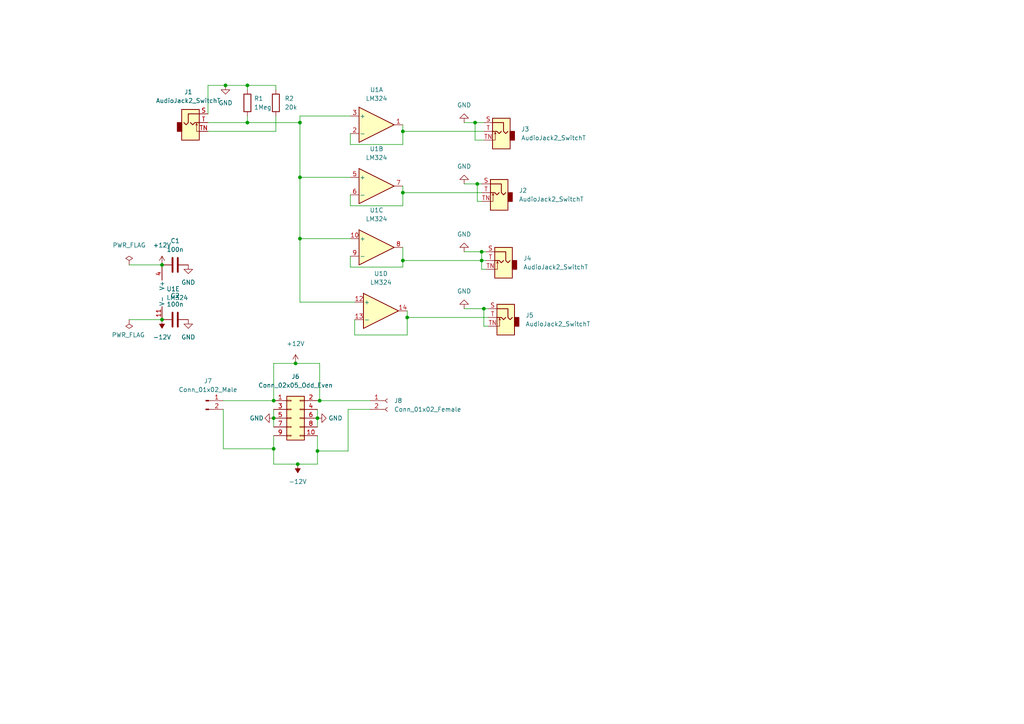
<source format=kicad_sch>
(kicad_sch (version 20211123) (generator eeschema)

  (uuid 1b516a17-e762-4c99-b9c8-b61fc1dba6e9)

  (paper "A4")

  (lib_symbols
    (symbol "Amplifier_Operational:LM324" (pin_names (offset 0.127)) (in_bom yes) (on_board yes)
      (property "Reference" "U" (id 0) (at 0 5.08 0)
        (effects (font (size 1.27 1.27)) (justify left))
      )
      (property "Value" "LM324" (id 1) (at 0 -5.08 0)
        (effects (font (size 1.27 1.27)) (justify left))
      )
      (property "Footprint" "" (id 2) (at -1.27 2.54 0)
        (effects (font (size 1.27 1.27)) hide)
      )
      (property "Datasheet" "http://www.ti.com/lit/ds/symlink/lm2902-n.pdf" (id 3) (at 1.27 5.08 0)
        (effects (font (size 1.27 1.27)) hide)
      )
      (property "ki_locked" "" (id 4) (at 0 0 0)
        (effects (font (size 1.27 1.27)))
      )
      (property "ki_keywords" "quad opamp" (id 5) (at 0 0 0)
        (effects (font (size 1.27 1.27)) hide)
      )
      (property "ki_description" "Low-Power, Quad-Operational Amplifiers, DIP-14/SOIC-14/SSOP-14" (id 6) (at 0 0 0)
        (effects (font (size 1.27 1.27)) hide)
      )
      (property "ki_fp_filters" "SOIC*3.9x8.7mm*P1.27mm* DIP*W7.62mm* TSSOP*4.4x5mm*P0.65mm* SSOP*5.3x6.2mm*P0.65mm* MSOP*3x3mm*P0.5mm*" (id 7) (at 0 0 0)
        (effects (font (size 1.27 1.27)) hide)
      )
      (symbol "LM324_1_1"
        (polyline
          (pts
            (xy -5.08 5.08)
            (xy 5.08 0)
            (xy -5.08 -5.08)
            (xy -5.08 5.08)
          )
          (stroke (width 0.254) (type default) (color 0 0 0 0))
          (fill (type background))
        )
        (pin output line (at 7.62 0 180) (length 2.54)
          (name "~" (effects (font (size 1.27 1.27))))
          (number "1" (effects (font (size 1.27 1.27))))
        )
        (pin input line (at -7.62 -2.54 0) (length 2.54)
          (name "-" (effects (font (size 1.27 1.27))))
          (number "2" (effects (font (size 1.27 1.27))))
        )
        (pin input line (at -7.62 2.54 0) (length 2.54)
          (name "+" (effects (font (size 1.27 1.27))))
          (number "3" (effects (font (size 1.27 1.27))))
        )
      )
      (symbol "LM324_2_1"
        (polyline
          (pts
            (xy -5.08 5.08)
            (xy 5.08 0)
            (xy -5.08 -5.08)
            (xy -5.08 5.08)
          )
          (stroke (width 0.254) (type default) (color 0 0 0 0))
          (fill (type background))
        )
        (pin input line (at -7.62 2.54 0) (length 2.54)
          (name "+" (effects (font (size 1.27 1.27))))
          (number "5" (effects (font (size 1.27 1.27))))
        )
        (pin input line (at -7.62 -2.54 0) (length 2.54)
          (name "-" (effects (font (size 1.27 1.27))))
          (number "6" (effects (font (size 1.27 1.27))))
        )
        (pin output line (at 7.62 0 180) (length 2.54)
          (name "~" (effects (font (size 1.27 1.27))))
          (number "7" (effects (font (size 1.27 1.27))))
        )
      )
      (symbol "LM324_3_1"
        (polyline
          (pts
            (xy -5.08 5.08)
            (xy 5.08 0)
            (xy -5.08 -5.08)
            (xy -5.08 5.08)
          )
          (stroke (width 0.254) (type default) (color 0 0 0 0))
          (fill (type background))
        )
        (pin input line (at -7.62 2.54 0) (length 2.54)
          (name "+" (effects (font (size 1.27 1.27))))
          (number "10" (effects (font (size 1.27 1.27))))
        )
        (pin output line (at 7.62 0 180) (length 2.54)
          (name "~" (effects (font (size 1.27 1.27))))
          (number "8" (effects (font (size 1.27 1.27))))
        )
        (pin input line (at -7.62 -2.54 0) (length 2.54)
          (name "-" (effects (font (size 1.27 1.27))))
          (number "9" (effects (font (size 1.27 1.27))))
        )
      )
      (symbol "LM324_4_1"
        (polyline
          (pts
            (xy -5.08 5.08)
            (xy 5.08 0)
            (xy -5.08 -5.08)
            (xy -5.08 5.08)
          )
          (stroke (width 0.254) (type default) (color 0 0 0 0))
          (fill (type background))
        )
        (pin input line (at -7.62 2.54 0) (length 2.54)
          (name "+" (effects (font (size 1.27 1.27))))
          (number "12" (effects (font (size 1.27 1.27))))
        )
        (pin input line (at -7.62 -2.54 0) (length 2.54)
          (name "-" (effects (font (size 1.27 1.27))))
          (number "13" (effects (font (size 1.27 1.27))))
        )
        (pin output line (at 7.62 0 180) (length 2.54)
          (name "~" (effects (font (size 1.27 1.27))))
          (number "14" (effects (font (size 1.27 1.27))))
        )
      )
      (symbol "LM324_5_1"
        (pin power_in line (at -2.54 -7.62 90) (length 3.81)
          (name "V-" (effects (font (size 1.27 1.27))))
          (number "11" (effects (font (size 1.27 1.27))))
        )
        (pin power_in line (at -2.54 7.62 270) (length 3.81)
          (name "V+" (effects (font (size 1.27 1.27))))
          (number "4" (effects (font (size 1.27 1.27))))
        )
      )
    )
    (symbol "Connector:AudioJack2_SwitchT" (in_bom yes) (on_board yes)
      (property "Reference" "J" (id 0) (at 0 8.89 0)
        (effects (font (size 1.27 1.27)))
      )
      (property "Value" "AudioJack2_SwitchT" (id 1) (at 0 6.35 0)
        (effects (font (size 1.27 1.27)))
      )
      (property "Footprint" "" (id 2) (at 0 0 0)
        (effects (font (size 1.27 1.27)) hide)
      )
      (property "Datasheet" "~" (id 3) (at 0 0 0)
        (effects (font (size 1.27 1.27)) hide)
      )
      (property "ki_keywords" "audio jack receptacle mono headphones phone TS connector" (id 4) (at 0 0 0)
        (effects (font (size 1.27 1.27)) hide)
      )
      (property "ki_description" "Audio Jack, 2 Poles (Mono / TS), Switched T Pole (Normalling)" (id 5) (at 0 0 0)
        (effects (font (size 1.27 1.27)) hide)
      )
      (property "ki_fp_filters" "Jack*" (id 6) (at 0 0 0)
        (effects (font (size 1.27 1.27)) hide)
      )
      (symbol "AudioJack2_SwitchT_0_1"
        (rectangle (start -2.54 0) (end -3.81 -2.54)
          (stroke (width 0.254) (type default) (color 0 0 0 0))
          (fill (type outline))
        )
        (polyline
          (pts
            (xy 1.778 -0.254)
            (xy 2.032 -0.762)
          )
          (stroke (width 0) (type default) (color 0 0 0 0))
          (fill (type none))
        )
        (polyline
          (pts
            (xy 0 0)
            (xy 0.635 -0.635)
            (xy 1.27 0)
            (xy 2.54 0)
          )
          (stroke (width 0.254) (type default) (color 0 0 0 0))
          (fill (type none))
        )
        (polyline
          (pts
            (xy 2.54 -2.54)
            (xy 1.778 -2.54)
            (xy 1.778 -0.254)
            (xy 1.524 -0.762)
          )
          (stroke (width 0) (type default) (color 0 0 0 0))
          (fill (type none))
        )
        (polyline
          (pts
            (xy 2.54 2.54)
            (xy -0.635 2.54)
            (xy -0.635 0)
            (xy -1.27 -0.635)
            (xy -1.905 0)
          )
          (stroke (width 0.254) (type default) (color 0 0 0 0))
          (fill (type none))
        )
        (rectangle (start 2.54 3.81) (end -2.54 -5.08)
          (stroke (width 0.254) (type default) (color 0 0 0 0))
          (fill (type background))
        )
      )
      (symbol "AudioJack2_SwitchT_1_1"
        (pin passive line (at 5.08 2.54 180) (length 2.54)
          (name "~" (effects (font (size 1.27 1.27))))
          (number "S" (effects (font (size 1.27 1.27))))
        )
        (pin passive line (at 5.08 0 180) (length 2.54)
          (name "~" (effects (font (size 1.27 1.27))))
          (number "T" (effects (font (size 1.27 1.27))))
        )
        (pin passive line (at 5.08 -2.54 180) (length 2.54)
          (name "~" (effects (font (size 1.27 1.27))))
          (number "TN" (effects (font (size 1.27 1.27))))
        )
      )
    )
    (symbol "Connector:Conn_01x02_Female" (pin_names (offset 1.016) hide) (in_bom yes) (on_board yes)
      (property "Reference" "J" (id 0) (at 0 2.54 0)
        (effects (font (size 1.27 1.27)))
      )
      (property "Value" "Conn_01x02_Female" (id 1) (at 0 -5.08 0)
        (effects (font (size 1.27 1.27)))
      )
      (property "Footprint" "" (id 2) (at 0 0 0)
        (effects (font (size 1.27 1.27)) hide)
      )
      (property "Datasheet" "~" (id 3) (at 0 0 0)
        (effects (font (size 1.27 1.27)) hide)
      )
      (property "ki_keywords" "connector" (id 4) (at 0 0 0)
        (effects (font (size 1.27 1.27)) hide)
      )
      (property "ki_description" "Generic connector, single row, 01x02, script generated (kicad-library-utils/schlib/autogen/connector/)" (id 5) (at 0 0 0)
        (effects (font (size 1.27 1.27)) hide)
      )
      (property "ki_fp_filters" "Connector*:*_1x??_*" (id 6) (at 0 0 0)
        (effects (font (size 1.27 1.27)) hide)
      )
      (symbol "Conn_01x02_Female_1_1"
        (arc (start 0 -2.032) (mid -0.508 -2.54) (end 0 -3.048)
          (stroke (width 0.1524) (type default) (color 0 0 0 0))
          (fill (type none))
        )
        (polyline
          (pts
            (xy -1.27 -2.54)
            (xy -0.508 -2.54)
          )
          (stroke (width 0.1524) (type default) (color 0 0 0 0))
          (fill (type none))
        )
        (polyline
          (pts
            (xy -1.27 0)
            (xy -0.508 0)
          )
          (stroke (width 0.1524) (type default) (color 0 0 0 0))
          (fill (type none))
        )
        (arc (start 0 0.508) (mid -0.508 0) (end 0 -0.508)
          (stroke (width 0.1524) (type default) (color 0 0 0 0))
          (fill (type none))
        )
        (pin passive line (at -5.08 0 0) (length 3.81)
          (name "Pin_1" (effects (font (size 1.27 1.27))))
          (number "1" (effects (font (size 1.27 1.27))))
        )
        (pin passive line (at -5.08 -2.54 0) (length 3.81)
          (name "Pin_2" (effects (font (size 1.27 1.27))))
          (number "2" (effects (font (size 1.27 1.27))))
        )
      )
    )
    (symbol "Connector:Conn_01x02_Male" (pin_names (offset 1.016) hide) (in_bom yes) (on_board yes)
      (property "Reference" "J" (id 0) (at 0 2.54 0)
        (effects (font (size 1.27 1.27)))
      )
      (property "Value" "Conn_01x02_Male" (id 1) (at 0 -5.08 0)
        (effects (font (size 1.27 1.27)))
      )
      (property "Footprint" "" (id 2) (at 0 0 0)
        (effects (font (size 1.27 1.27)) hide)
      )
      (property "Datasheet" "~" (id 3) (at 0 0 0)
        (effects (font (size 1.27 1.27)) hide)
      )
      (property "ki_keywords" "connector" (id 4) (at 0 0 0)
        (effects (font (size 1.27 1.27)) hide)
      )
      (property "ki_description" "Generic connector, single row, 01x02, script generated (kicad-library-utils/schlib/autogen/connector/)" (id 5) (at 0 0 0)
        (effects (font (size 1.27 1.27)) hide)
      )
      (property "ki_fp_filters" "Connector*:*_1x??_*" (id 6) (at 0 0 0)
        (effects (font (size 1.27 1.27)) hide)
      )
      (symbol "Conn_01x02_Male_1_1"
        (polyline
          (pts
            (xy 1.27 -2.54)
            (xy 0.8636 -2.54)
          )
          (stroke (width 0.1524) (type default) (color 0 0 0 0))
          (fill (type none))
        )
        (polyline
          (pts
            (xy 1.27 0)
            (xy 0.8636 0)
          )
          (stroke (width 0.1524) (type default) (color 0 0 0 0))
          (fill (type none))
        )
        (rectangle (start 0.8636 -2.413) (end 0 -2.667)
          (stroke (width 0.1524) (type default) (color 0 0 0 0))
          (fill (type outline))
        )
        (rectangle (start 0.8636 0.127) (end 0 -0.127)
          (stroke (width 0.1524) (type default) (color 0 0 0 0))
          (fill (type outline))
        )
        (pin passive line (at 5.08 0 180) (length 3.81)
          (name "Pin_1" (effects (font (size 1.27 1.27))))
          (number "1" (effects (font (size 1.27 1.27))))
        )
        (pin passive line (at 5.08 -2.54 180) (length 3.81)
          (name "Pin_2" (effects (font (size 1.27 1.27))))
          (number "2" (effects (font (size 1.27 1.27))))
        )
      )
    )
    (symbol "Connector_Generic:Conn_02x05_Odd_Even" (pin_names (offset 1.016) hide) (in_bom yes) (on_board yes)
      (property "Reference" "J" (id 0) (at 1.27 7.62 0)
        (effects (font (size 1.27 1.27)))
      )
      (property "Value" "Conn_02x05_Odd_Even" (id 1) (at 1.27 -7.62 0)
        (effects (font (size 1.27 1.27)))
      )
      (property "Footprint" "" (id 2) (at 0 0 0)
        (effects (font (size 1.27 1.27)) hide)
      )
      (property "Datasheet" "~" (id 3) (at 0 0 0)
        (effects (font (size 1.27 1.27)) hide)
      )
      (property "ki_keywords" "connector" (id 4) (at 0 0 0)
        (effects (font (size 1.27 1.27)) hide)
      )
      (property "ki_description" "Generic connector, double row, 02x05, odd/even pin numbering scheme (row 1 odd numbers, row 2 even numbers), script generated (kicad-library-utils/schlib/autogen/connector/)" (id 5) (at 0 0 0)
        (effects (font (size 1.27 1.27)) hide)
      )
      (property "ki_fp_filters" "Connector*:*_2x??_*" (id 6) (at 0 0 0)
        (effects (font (size 1.27 1.27)) hide)
      )
      (symbol "Conn_02x05_Odd_Even_1_1"
        (rectangle (start -1.27 -4.953) (end 0 -5.207)
          (stroke (width 0.1524) (type default) (color 0 0 0 0))
          (fill (type none))
        )
        (rectangle (start -1.27 -2.413) (end 0 -2.667)
          (stroke (width 0.1524) (type default) (color 0 0 0 0))
          (fill (type none))
        )
        (rectangle (start -1.27 0.127) (end 0 -0.127)
          (stroke (width 0.1524) (type default) (color 0 0 0 0))
          (fill (type none))
        )
        (rectangle (start -1.27 2.667) (end 0 2.413)
          (stroke (width 0.1524) (type default) (color 0 0 0 0))
          (fill (type none))
        )
        (rectangle (start -1.27 5.207) (end 0 4.953)
          (stroke (width 0.1524) (type default) (color 0 0 0 0))
          (fill (type none))
        )
        (rectangle (start -1.27 6.35) (end 3.81 -6.35)
          (stroke (width 0.254) (type default) (color 0 0 0 0))
          (fill (type background))
        )
        (rectangle (start 3.81 -4.953) (end 2.54 -5.207)
          (stroke (width 0.1524) (type default) (color 0 0 0 0))
          (fill (type none))
        )
        (rectangle (start 3.81 -2.413) (end 2.54 -2.667)
          (stroke (width 0.1524) (type default) (color 0 0 0 0))
          (fill (type none))
        )
        (rectangle (start 3.81 0.127) (end 2.54 -0.127)
          (stroke (width 0.1524) (type default) (color 0 0 0 0))
          (fill (type none))
        )
        (rectangle (start 3.81 2.667) (end 2.54 2.413)
          (stroke (width 0.1524) (type default) (color 0 0 0 0))
          (fill (type none))
        )
        (rectangle (start 3.81 5.207) (end 2.54 4.953)
          (stroke (width 0.1524) (type default) (color 0 0 0 0))
          (fill (type none))
        )
        (pin passive line (at -5.08 5.08 0) (length 3.81)
          (name "Pin_1" (effects (font (size 1.27 1.27))))
          (number "1" (effects (font (size 1.27 1.27))))
        )
        (pin passive line (at 7.62 -5.08 180) (length 3.81)
          (name "Pin_10" (effects (font (size 1.27 1.27))))
          (number "10" (effects (font (size 1.27 1.27))))
        )
        (pin passive line (at 7.62 5.08 180) (length 3.81)
          (name "Pin_2" (effects (font (size 1.27 1.27))))
          (number "2" (effects (font (size 1.27 1.27))))
        )
        (pin passive line (at -5.08 2.54 0) (length 3.81)
          (name "Pin_3" (effects (font (size 1.27 1.27))))
          (number "3" (effects (font (size 1.27 1.27))))
        )
        (pin passive line (at 7.62 2.54 180) (length 3.81)
          (name "Pin_4" (effects (font (size 1.27 1.27))))
          (number "4" (effects (font (size 1.27 1.27))))
        )
        (pin passive line (at -5.08 0 0) (length 3.81)
          (name "Pin_5" (effects (font (size 1.27 1.27))))
          (number "5" (effects (font (size 1.27 1.27))))
        )
        (pin passive line (at 7.62 0 180) (length 3.81)
          (name "Pin_6" (effects (font (size 1.27 1.27))))
          (number "6" (effects (font (size 1.27 1.27))))
        )
        (pin passive line (at -5.08 -2.54 0) (length 3.81)
          (name "Pin_7" (effects (font (size 1.27 1.27))))
          (number "7" (effects (font (size 1.27 1.27))))
        )
        (pin passive line (at 7.62 -2.54 180) (length 3.81)
          (name "Pin_8" (effects (font (size 1.27 1.27))))
          (number "8" (effects (font (size 1.27 1.27))))
        )
        (pin passive line (at -5.08 -5.08 0) (length 3.81)
          (name "Pin_9" (effects (font (size 1.27 1.27))))
          (number "9" (effects (font (size 1.27 1.27))))
        )
      )
    )
    (symbol "Device:C" (pin_numbers hide) (pin_names (offset 0.254)) (in_bom yes) (on_board yes)
      (property "Reference" "C" (id 0) (at 0.635 2.54 0)
        (effects (font (size 1.27 1.27)) (justify left))
      )
      (property "Value" "C" (id 1) (at 0.635 -2.54 0)
        (effects (font (size 1.27 1.27)) (justify left))
      )
      (property "Footprint" "" (id 2) (at 0.9652 -3.81 0)
        (effects (font (size 1.27 1.27)) hide)
      )
      (property "Datasheet" "~" (id 3) (at 0 0 0)
        (effects (font (size 1.27 1.27)) hide)
      )
      (property "ki_keywords" "cap capacitor" (id 4) (at 0 0 0)
        (effects (font (size 1.27 1.27)) hide)
      )
      (property "ki_description" "Unpolarized capacitor" (id 5) (at 0 0 0)
        (effects (font (size 1.27 1.27)) hide)
      )
      (property "ki_fp_filters" "C_*" (id 6) (at 0 0 0)
        (effects (font (size 1.27 1.27)) hide)
      )
      (symbol "C_0_1"
        (polyline
          (pts
            (xy -2.032 -0.762)
            (xy 2.032 -0.762)
          )
          (stroke (width 0.508) (type default) (color 0 0 0 0))
          (fill (type none))
        )
        (polyline
          (pts
            (xy -2.032 0.762)
            (xy 2.032 0.762)
          )
          (stroke (width 0.508) (type default) (color 0 0 0 0))
          (fill (type none))
        )
      )
      (symbol "C_1_1"
        (pin passive line (at 0 3.81 270) (length 2.794)
          (name "~" (effects (font (size 1.27 1.27))))
          (number "1" (effects (font (size 1.27 1.27))))
        )
        (pin passive line (at 0 -3.81 90) (length 2.794)
          (name "~" (effects (font (size 1.27 1.27))))
          (number "2" (effects (font (size 1.27 1.27))))
        )
      )
    )
    (symbol "Device:R" (pin_numbers hide) (pin_names (offset 0)) (in_bom yes) (on_board yes)
      (property "Reference" "R" (id 0) (at 2.032 0 90)
        (effects (font (size 1.27 1.27)))
      )
      (property "Value" "R" (id 1) (at 0 0 90)
        (effects (font (size 1.27 1.27)))
      )
      (property "Footprint" "" (id 2) (at -1.778 0 90)
        (effects (font (size 1.27 1.27)) hide)
      )
      (property "Datasheet" "~" (id 3) (at 0 0 0)
        (effects (font (size 1.27 1.27)) hide)
      )
      (property "ki_keywords" "R res resistor" (id 4) (at 0 0 0)
        (effects (font (size 1.27 1.27)) hide)
      )
      (property "ki_description" "Resistor" (id 5) (at 0 0 0)
        (effects (font (size 1.27 1.27)) hide)
      )
      (property "ki_fp_filters" "R_*" (id 6) (at 0 0 0)
        (effects (font (size 1.27 1.27)) hide)
      )
      (symbol "R_0_1"
        (rectangle (start -1.016 -2.54) (end 1.016 2.54)
          (stroke (width 0.254) (type default) (color 0 0 0 0))
          (fill (type none))
        )
      )
      (symbol "R_1_1"
        (pin passive line (at 0 3.81 270) (length 1.27)
          (name "~" (effects (font (size 1.27 1.27))))
          (number "1" (effects (font (size 1.27 1.27))))
        )
        (pin passive line (at 0 -3.81 90) (length 1.27)
          (name "~" (effects (font (size 1.27 1.27))))
          (number "2" (effects (font (size 1.27 1.27))))
        )
      )
    )
    (symbol "power:+12V" (power) (pin_names (offset 0)) (in_bom yes) (on_board yes)
      (property "Reference" "#PWR" (id 0) (at 0 -3.81 0)
        (effects (font (size 1.27 1.27)) hide)
      )
      (property "Value" "+12V" (id 1) (at 0 3.556 0)
        (effects (font (size 1.27 1.27)))
      )
      (property "Footprint" "" (id 2) (at 0 0 0)
        (effects (font (size 1.27 1.27)) hide)
      )
      (property "Datasheet" "" (id 3) (at 0 0 0)
        (effects (font (size 1.27 1.27)) hide)
      )
      (property "ki_keywords" "power-flag" (id 4) (at 0 0 0)
        (effects (font (size 1.27 1.27)) hide)
      )
      (property "ki_description" "Power symbol creates a global label with name \"+12V\"" (id 5) (at 0 0 0)
        (effects (font (size 1.27 1.27)) hide)
      )
      (symbol "+12V_0_1"
        (polyline
          (pts
            (xy -0.762 1.27)
            (xy 0 2.54)
          )
          (stroke (width 0) (type default) (color 0 0 0 0))
          (fill (type none))
        )
        (polyline
          (pts
            (xy 0 0)
            (xy 0 2.54)
          )
          (stroke (width 0) (type default) (color 0 0 0 0))
          (fill (type none))
        )
        (polyline
          (pts
            (xy 0 2.54)
            (xy 0.762 1.27)
          )
          (stroke (width 0) (type default) (color 0 0 0 0))
          (fill (type none))
        )
      )
      (symbol "+12V_1_1"
        (pin power_in line (at 0 0 90) (length 0) hide
          (name "+12V" (effects (font (size 1.27 1.27))))
          (number "1" (effects (font (size 1.27 1.27))))
        )
      )
    )
    (symbol "power:-12V" (power) (pin_names (offset 0)) (in_bom yes) (on_board yes)
      (property "Reference" "#PWR" (id 0) (at 0 2.54 0)
        (effects (font (size 1.27 1.27)) hide)
      )
      (property "Value" "-12V" (id 1) (at 0 3.81 0)
        (effects (font (size 1.27 1.27)))
      )
      (property "Footprint" "" (id 2) (at 0 0 0)
        (effects (font (size 1.27 1.27)) hide)
      )
      (property "Datasheet" "" (id 3) (at 0 0 0)
        (effects (font (size 1.27 1.27)) hide)
      )
      (property "ki_keywords" "power-flag" (id 4) (at 0 0 0)
        (effects (font (size 1.27 1.27)) hide)
      )
      (property "ki_description" "Power symbol creates a global label with name \"-12V\"" (id 5) (at 0 0 0)
        (effects (font (size 1.27 1.27)) hide)
      )
      (symbol "-12V_0_0"
        (pin power_in line (at 0 0 90) (length 0) hide
          (name "-12V" (effects (font (size 1.27 1.27))))
          (number "1" (effects (font (size 1.27 1.27))))
        )
      )
      (symbol "-12V_0_1"
        (polyline
          (pts
            (xy 0 0)
            (xy 0 1.27)
            (xy 0.762 1.27)
            (xy 0 2.54)
            (xy -0.762 1.27)
            (xy 0 1.27)
          )
          (stroke (width 0) (type default) (color 0 0 0 0))
          (fill (type outline))
        )
      )
    )
    (symbol "power:GND" (power) (pin_names (offset 0)) (in_bom yes) (on_board yes)
      (property "Reference" "#PWR" (id 0) (at 0 -6.35 0)
        (effects (font (size 1.27 1.27)) hide)
      )
      (property "Value" "GND" (id 1) (at 0 -3.81 0)
        (effects (font (size 1.27 1.27)))
      )
      (property "Footprint" "" (id 2) (at 0 0 0)
        (effects (font (size 1.27 1.27)) hide)
      )
      (property "Datasheet" "" (id 3) (at 0 0 0)
        (effects (font (size 1.27 1.27)) hide)
      )
      (property "ki_keywords" "power-flag" (id 4) (at 0 0 0)
        (effects (font (size 1.27 1.27)) hide)
      )
      (property "ki_description" "Power symbol creates a global label with name \"GND\" , ground" (id 5) (at 0 0 0)
        (effects (font (size 1.27 1.27)) hide)
      )
      (symbol "GND_0_1"
        (polyline
          (pts
            (xy 0 0)
            (xy 0 -1.27)
            (xy 1.27 -1.27)
            (xy 0 -2.54)
            (xy -1.27 -1.27)
            (xy 0 -1.27)
          )
          (stroke (width 0) (type default) (color 0 0 0 0))
          (fill (type none))
        )
      )
      (symbol "GND_1_1"
        (pin power_in line (at 0 0 270) (length 0) hide
          (name "GND" (effects (font (size 1.27 1.27))))
          (number "1" (effects (font (size 1.27 1.27))))
        )
      )
    )
    (symbol "power:PWR_FLAG" (power) (pin_numbers hide) (pin_names (offset 0) hide) (in_bom yes) (on_board yes)
      (property "Reference" "#FLG" (id 0) (at 0 1.905 0)
        (effects (font (size 1.27 1.27)) hide)
      )
      (property "Value" "PWR_FLAG" (id 1) (at 0 3.81 0)
        (effects (font (size 1.27 1.27)))
      )
      (property "Footprint" "" (id 2) (at 0 0 0)
        (effects (font (size 1.27 1.27)) hide)
      )
      (property "Datasheet" "~" (id 3) (at 0 0 0)
        (effects (font (size 1.27 1.27)) hide)
      )
      (property "ki_keywords" "power-flag" (id 4) (at 0 0 0)
        (effects (font (size 1.27 1.27)) hide)
      )
      (property "ki_description" "Special symbol for telling ERC where power comes from" (id 5) (at 0 0 0)
        (effects (font (size 1.27 1.27)) hide)
      )
      (symbol "PWR_FLAG_0_0"
        (pin power_out line (at 0 0 90) (length 0)
          (name "pwr" (effects (font (size 1.27 1.27))))
          (number "1" (effects (font (size 1.27 1.27))))
        )
      )
      (symbol "PWR_FLAG_0_1"
        (polyline
          (pts
            (xy 0 0)
            (xy 0 1.27)
            (xy -1.016 1.905)
            (xy 0 2.54)
            (xy 1.016 1.905)
            (xy 0 1.27)
          )
          (stroke (width 0) (type default) (color 0 0 0 0))
          (fill (type none))
        )
      )
    )
  )

  (junction (at 92.075 130.81) (diameter 0) (color 0 0 0 0)
    (uuid 0c63084a-9ed5-4394-a62d-6520ddd786f7)
  )
  (junction (at 86.995 69.215) (diameter 0) (color 0 0 0 0)
    (uuid 104f0de1-ba94-41c3-bc8f-4a952183357d)
  )
  (junction (at 86.995 51.435) (diameter 0) (color 0 0 0 0)
    (uuid 1db30148-7ca7-441d-a14a-4c714563a06a)
  )
  (junction (at 79.375 130.175) (diameter 0) (color 0 0 0 0)
    (uuid 21ac19aa-71f5-48b5-8f77-fc5812c05fec)
  )
  (junction (at 137.795 35.56) (diameter 0) (color 0 0 0 0)
    (uuid 2a96f8af-ce8f-4f0c-af43-d101d7c30de6)
  )
  (junction (at 71.755 24.765) (diameter 0) (color 0 0 0 0)
    (uuid 3033026a-845f-44cc-8a19-de28c782a08c)
  )
  (junction (at 86.995 35.56) (diameter 0) (color 0 0 0 0)
    (uuid 3100f5e2-0aec-4b49-9c5b-13ff76602e43)
  )
  (junction (at 139.7 75.565) (diameter 0) (color 0 0 0 0)
    (uuid 42c2b482-9ca1-4a64-911a-6eb7ef2167cc)
  )
  (junction (at 46.99 76.835) (diameter 0) (color 0 0 0 0)
    (uuid 4dc6ce77-f101-41b4-ba17-e872f3d046bf)
  )
  (junction (at 116.84 75.565) (diameter 0) (color 0 0 0 0)
    (uuid 53228643-2653-400b-a336-777c8771e037)
  )
  (junction (at 118.11 92.075) (diameter 0) (color 0 0 0 0)
    (uuid 69303619-f2cf-464c-a4cf-f8fe33fbcd97)
  )
  (junction (at 116.84 55.88) (diameter 0) (color 0 0 0 0)
    (uuid 7437dae8-110b-4a69-b832-18b7d9b84dbc)
  )
  (junction (at 65.405 24.765) (diameter 0) (color 0 0 0 0)
    (uuid 9c760822-782c-4a3d-b04c-cc2013b598dc)
  )
  (junction (at 138.43 53.34) (diameter 0) (color 0 0 0 0)
    (uuid 9f0cc256-93a4-49f6-a072-273c958fff22)
  )
  (junction (at 139.7 73.025) (diameter 0) (color 0 0 0 0)
    (uuid af9af5c1-8a6c-4b08-ba67-7d20311b57a4)
  )
  (junction (at 116.84 38.1) (diameter 0) (color 0 0 0 0)
    (uuid b5cbb0bb-9dc7-4265-acee-3e9afee4edc0)
  )
  (junction (at 46.99 92.71) (diameter 0) (color 0 0 0 0)
    (uuid b9e0b9c8-03d5-4b6c-b78f-6a6d1c09a158)
  )
  (junction (at 140.335 89.535) (diameter 0) (color 0 0 0 0)
    (uuid ba376dec-3b54-42ca-b9fc-104b68a1a745)
  )
  (junction (at 86.36 134.62) (diameter 0) (color 0 0 0 0)
    (uuid bc7a6bd3-13a3-48bc-bffc-dfbe37cc6f2e)
  )
  (junction (at 79.375 121.285) (diameter 0) (color 0 0 0 0)
    (uuid c8fe1498-51b0-4ae4-8c47-9bacff5bda60)
  )
  (junction (at 92.075 121.285) (diameter 0) (color 0 0 0 0)
    (uuid c9e94b50-8c62-4e7b-afaa-0c2e57e0e087)
  )
  (junction (at 79.375 116.205) (diameter 0) (color 0 0 0 0)
    (uuid cd87972e-896a-4263-9ab4-adddd4655a35)
  )
  (junction (at 85.725 105.41) (diameter 0) (color 0 0 0 0)
    (uuid d71cd838-39bb-4d2e-8e1a-dc32fdce17d9)
  )
  (junction (at 71.755 35.56) (diameter 0) (color 0 0 0 0)
    (uuid db1dde1b-f9d7-4987-aec4-7aebd90e61ab)
  )
  (junction (at 92.71 116.205) (diameter 0) (color 0 0 0 0)
    (uuid e5edc3f7-603e-455e-9c46-7672043d7c14)
  )

  (wire (pts (xy 140.335 89.535) (xy 141.605 89.535))
    (stroke (width 0) (type default) (color 0 0 0 0))
    (uuid 0630d0fa-cdf7-411f-a4b2-9f7b9fbf0c50)
  )
  (wire (pts (xy 116.84 41.91) (xy 101.6 41.91))
    (stroke (width 0) (type default) (color 0 0 0 0))
    (uuid 0a317199-8a9f-4b8a-869b-7fe16796cc79)
  )
  (wire (pts (xy 79.375 130.175) (xy 79.375 134.62))
    (stroke (width 0) (type default) (color 0 0 0 0))
    (uuid 0bf0719b-119d-4daa-8fb1-58ef5f39b059)
  )
  (wire (pts (xy 37.465 76.835) (xy 46.99 76.835))
    (stroke (width 0) (type default) (color 0 0 0 0))
    (uuid 0c06151c-4713-40b6-b5ba-d483bd095dcc)
  )
  (wire (pts (xy 101.6 69.215) (xy 86.995 69.215))
    (stroke (width 0) (type default) (color 0 0 0 0))
    (uuid 1100217a-3165-4da4-ad5f-5e0e747d89c9)
  )
  (wire (pts (xy 137.795 35.56) (xy 140.335 35.56))
    (stroke (width 0) (type default) (color 0 0 0 0))
    (uuid 11f737f3-e5ef-46f0-8d53-7f29c94dfb1b)
  )
  (wire (pts (xy 116.84 53.975) (xy 116.84 55.88))
    (stroke (width 0) (type default) (color 0 0 0 0))
    (uuid 12f6d5ee-865b-4765-ae7c-6b31b1e243bb)
  )
  (wire (pts (xy 86.36 134.62) (xy 92.075 134.62))
    (stroke (width 0) (type default) (color 0 0 0 0))
    (uuid 1524fb6c-5868-44ec-b27e-c67fc2d59f28)
  )
  (wire (pts (xy 134.62 53.34) (xy 138.43 53.34))
    (stroke (width 0) (type default) (color 0 0 0 0))
    (uuid 18d2b7bb-dfa2-4d52-aa8f-3231d4763a9b)
  )
  (wire (pts (xy 140.97 78.105) (xy 139.7 78.105))
    (stroke (width 0) (type default) (color 0 0 0 0))
    (uuid 22243bd6-4ff1-4586-a9b0-099b2bd02a0a)
  )
  (wire (pts (xy 141.605 94.615) (xy 140.335 94.615))
    (stroke (width 0) (type default) (color 0 0 0 0))
    (uuid 24ed420f-06e9-4424-83e7-f331c93cdf90)
  )
  (wire (pts (xy 92.075 130.81) (xy 100.965 130.81))
    (stroke (width 0) (type default) (color 0 0 0 0))
    (uuid 2683ddf6-471a-4aef-96ca-6b96163e999b)
  )
  (wire (pts (xy 79.375 121.285) (xy 79.375 123.825))
    (stroke (width 0) (type default) (color 0 0 0 0))
    (uuid 2898eb7f-dfd7-4e2f-839b-b264a5e5fc7e)
  )
  (wire (pts (xy 86.995 87.63) (xy 102.87 87.63))
    (stroke (width 0) (type default) (color 0 0 0 0))
    (uuid 28a67673-1138-4dc7-a651-7447b5ddd717)
  )
  (wire (pts (xy 79.375 116.205) (xy 79.375 105.41))
    (stroke (width 0) (type default) (color 0 0 0 0))
    (uuid 28fc6b6d-ae2c-4ab2-b8b9-4073065df860)
  )
  (wire (pts (xy 86.995 33.655) (xy 101.6 33.655))
    (stroke (width 0) (type default) (color 0 0 0 0))
    (uuid 2e0792d8-29b2-4b00-b3e1-e0eca91d8d18)
  )
  (wire (pts (xy 118.11 92.075) (xy 141.605 92.075))
    (stroke (width 0) (type default) (color 0 0 0 0))
    (uuid 30ef2567-a794-4b7d-ba4c-8bf5bb65f39e)
  )
  (wire (pts (xy 139.7 75.565) (xy 139.7 73.025))
    (stroke (width 0) (type default) (color 0 0 0 0))
    (uuid 31faad69-1e41-401f-b610-39ede5b35505)
  )
  (wire (pts (xy 139.7 78.105) (xy 139.7 75.565))
    (stroke (width 0) (type default) (color 0 0 0 0))
    (uuid 323d7a00-f15c-4a43-9475-c71d9b4d3caf)
  )
  (wire (pts (xy 71.755 33.655) (xy 71.755 35.56))
    (stroke (width 0) (type default) (color 0 0 0 0))
    (uuid 32aacac1-3a5a-44b6-8ae2-0736b9c334e2)
  )
  (wire (pts (xy 139.7 75.565) (xy 140.97 75.565))
    (stroke (width 0) (type default) (color 0 0 0 0))
    (uuid 3339e78a-8318-43ce-a545-543f20d44974)
  )
  (wire (pts (xy 80.01 26.035) (xy 80.01 24.765))
    (stroke (width 0) (type default) (color 0 0 0 0))
    (uuid 334638bf-2689-451d-9637-13f1dbbc4b16)
  )
  (wire (pts (xy 85.725 105.41) (xy 92.71 105.41))
    (stroke (width 0) (type default) (color 0 0 0 0))
    (uuid 3740572b-9333-40b9-98cc-496dff8ccc7f)
  )
  (wire (pts (xy 79.375 126.365) (xy 79.375 130.175))
    (stroke (width 0) (type default) (color 0 0 0 0))
    (uuid 37be1e1c-86fa-4ceb-99af-fb14f6ce4392)
  )
  (wire (pts (xy 46.99 92.71) (xy 37.465 92.71))
    (stroke (width 0) (type default) (color 0 0 0 0))
    (uuid 3a959649-9a89-4cff-bd5b-42182ecd63a8)
  )
  (wire (pts (xy 140.335 94.615) (xy 140.335 89.535))
    (stroke (width 0) (type default) (color 0 0 0 0))
    (uuid 3d63d68a-2b39-43b0-8fc6-1dba8a5558f2)
  )
  (wire (pts (xy 118.11 92.075) (xy 118.11 97.155))
    (stroke (width 0) (type default) (color 0 0 0 0))
    (uuid 3df1f0ad-c0a2-4963-9093-849a7b998794)
  )
  (wire (pts (xy 79.375 134.62) (xy 86.36 134.62))
    (stroke (width 0) (type default) (color 0 0 0 0))
    (uuid 4076aef1-4ad2-4b2d-a5fc-dc2978684ba7)
  )
  (wire (pts (xy 116.84 75.565) (xy 116.84 77.47))
    (stroke (width 0) (type default) (color 0 0 0 0))
    (uuid 485e8546-0f09-4db0-b89a-e4c7f4c33184)
  )
  (wire (pts (xy 100.965 130.81) (xy 100.965 118.745))
    (stroke (width 0) (type default) (color 0 0 0 0))
    (uuid 4bc33c9b-ae5c-4642-9019-ee4887db2321)
  )
  (wire (pts (xy 79.375 118.745) (xy 79.375 121.285))
    (stroke (width 0) (type default) (color 0 0 0 0))
    (uuid 4c8eb34d-c753-44cd-ba84-c34bca95d4d5)
  )
  (wire (pts (xy 71.755 24.765) (xy 80.01 24.765))
    (stroke (width 0) (type default) (color 0 0 0 0))
    (uuid 4fdf2c77-df78-41ef-872b-24f1092e79c0)
  )
  (wire (pts (xy 86.995 35.56) (xy 86.995 51.435))
    (stroke (width 0) (type default) (color 0 0 0 0))
    (uuid 590db0b8-21b4-4da1-a66a-866f9d25d783)
  )
  (wire (pts (xy 139.7 73.025) (xy 140.97 73.025))
    (stroke (width 0) (type default) (color 0 0 0 0))
    (uuid 5d4bc575-2934-446f-a4e7-3df5b4e7fe67)
  )
  (wire (pts (xy 86.995 33.655) (xy 86.995 35.56))
    (stroke (width 0) (type default) (color 0 0 0 0))
    (uuid 64054375-80e0-4ff6-b1e7-6c9cbd67f63d)
  )
  (wire (pts (xy 92.71 116.205) (xy 92.075 116.205))
    (stroke (width 0) (type default) (color 0 0 0 0))
    (uuid 64c2ea62-2c76-485a-b9fa-2e09e94959e5)
  )
  (wire (pts (xy 100.965 118.745) (xy 107.315 118.745))
    (stroke (width 0) (type default) (color 0 0 0 0))
    (uuid 69001fb6-d375-4d66-9095-4c8b4c0b6cff)
  )
  (wire (pts (xy 101.6 41.91) (xy 101.6 38.735))
    (stroke (width 0) (type default) (color 0 0 0 0))
    (uuid 726007af-fec9-41dc-8375-cb54b2a40900)
  )
  (wire (pts (xy 92.075 121.285) (xy 92.075 123.825))
    (stroke (width 0) (type default) (color 0 0 0 0))
    (uuid 7c03e65b-7ecd-4f70-a66d-c4bdf52bb00d)
  )
  (wire (pts (xy 86.995 69.215) (xy 86.995 87.63))
    (stroke (width 0) (type default) (color 0 0 0 0))
    (uuid 7e3386f4-650f-4651-a6b7-d45308443301)
  )
  (wire (pts (xy 102.87 97.155) (xy 102.87 92.71))
    (stroke (width 0) (type default) (color 0 0 0 0))
    (uuid 7e77bd8a-c234-4523-b912-8c7b2d54a79a)
  )
  (wire (pts (xy 86.995 51.435) (xy 101.6 51.435))
    (stroke (width 0) (type default) (color 0 0 0 0))
    (uuid 7f29fae6-538e-4862-ae30-65dbcb672601)
  )
  (wire (pts (xy 116.84 55.88) (xy 139.7 55.88))
    (stroke (width 0) (type default) (color 0 0 0 0))
    (uuid 843e6d44-170e-43b3-890d-ebb2315d7837)
  )
  (wire (pts (xy 92.71 116.205) (xy 107.315 116.205))
    (stroke (width 0) (type default) (color 0 0 0 0))
    (uuid 84ecc096-9705-4aa2-bab6-40d9812c527f)
  )
  (wire (pts (xy 116.84 75.565) (xy 139.7 75.565))
    (stroke (width 0) (type default) (color 0 0 0 0))
    (uuid 87f9041f-35e9-4f66-83db-a0d0d481e1d5)
  )
  (wire (pts (xy 46.99 76.835) (xy 46.99 77.47))
    (stroke (width 0) (type default) (color 0 0 0 0))
    (uuid 8fac929f-d2ec-4a1a-bdd2-6325074d73cd)
  )
  (wire (pts (xy 116.84 55.88) (xy 116.84 59.69))
    (stroke (width 0) (type default) (color 0 0 0 0))
    (uuid 91152048-e08a-434f-9ca1-a584a98e16f0)
  )
  (wire (pts (xy 92.71 105.41) (xy 92.71 116.205))
    (stroke (width 0) (type default) (color 0 0 0 0))
    (uuid 91546561-90e0-408e-895f-9130329eb7ee)
  )
  (wire (pts (xy 64.77 116.205) (xy 79.375 116.205))
    (stroke (width 0) (type default) (color 0 0 0 0))
    (uuid 9359b352-2dc9-401b-b373-15ea544eb722)
  )
  (wire (pts (xy 118.11 97.155) (xy 102.87 97.155))
    (stroke (width 0) (type default) (color 0 0 0 0))
    (uuid 977f1f25-bde9-442a-a957-8752369a9413)
  )
  (wire (pts (xy 86.995 51.435) (xy 86.995 69.215))
    (stroke (width 0) (type default) (color 0 0 0 0))
    (uuid 97c3bd45-f5cc-4c4e-b534-fc21fc215c53)
  )
  (wire (pts (xy 101.6 59.69) (xy 101.6 56.515))
    (stroke (width 0) (type default) (color 0 0 0 0))
    (uuid 9ab66ef1-aed7-4f12-a995-f18c3b1711ff)
  )
  (wire (pts (xy 116.84 59.69) (xy 101.6 59.69))
    (stroke (width 0) (type default) (color 0 0 0 0))
    (uuid a043f3af-3726-4ab9-8dbe-e1a04027f0ba)
  )
  (wire (pts (xy 140.335 40.64) (xy 137.795 40.64))
    (stroke (width 0) (type default) (color 0 0 0 0))
    (uuid a17c2453-d4a5-4de6-b260-0a837f27ded9)
  )
  (wire (pts (xy 92.075 134.62) (xy 92.075 130.81))
    (stroke (width 0) (type default) (color 0 0 0 0))
    (uuid a876056d-65a6-4d49-bc78-f58bfa1ef8ed)
  )
  (wire (pts (xy 60.325 24.765) (xy 65.405 24.765))
    (stroke (width 0) (type default) (color 0 0 0 0))
    (uuid ac635f28-6cfb-4b3b-a644-e4d954e0d18b)
  )
  (wire (pts (xy 134.62 35.56) (xy 137.795 35.56))
    (stroke (width 0) (type default) (color 0 0 0 0))
    (uuid b227c70b-401e-474e-bd40-a423f0b790d2)
  )
  (wire (pts (xy 139.7 58.42) (xy 138.43 58.42))
    (stroke (width 0) (type default) (color 0 0 0 0))
    (uuid b332b73a-8c92-46a6-b398-9689f92e8fa6)
  )
  (wire (pts (xy 92.075 118.745) (xy 92.075 121.285))
    (stroke (width 0) (type default) (color 0 0 0 0))
    (uuid b864c696-3482-425d-bca8-037584beb166)
  )
  (wire (pts (xy 71.755 35.56) (xy 86.995 35.56))
    (stroke (width 0) (type default) (color 0 0 0 0))
    (uuid b8db0898-f197-49dc-afd4-755ddefe2b94)
  )
  (wire (pts (xy 118.11 90.17) (xy 118.11 92.075))
    (stroke (width 0) (type default) (color 0 0 0 0))
    (uuid ba5b7abf-c453-429b-aa0f-cf8d57a3f069)
  )
  (wire (pts (xy 60.325 24.765) (xy 60.325 33.02))
    (stroke (width 0) (type default) (color 0 0 0 0))
    (uuid bc5899d1-5479-408e-8a57-d28d814962db)
  )
  (wire (pts (xy 116.84 36.195) (xy 116.84 38.1))
    (stroke (width 0) (type default) (color 0 0 0 0))
    (uuid c0a2c207-ed20-464f-ab9d-709223d4262f)
  )
  (wire (pts (xy 138.43 53.34) (xy 139.7 53.34))
    (stroke (width 0) (type default) (color 0 0 0 0))
    (uuid c0f8cf5b-f403-45d5-b7ff-af3844583f6e)
  )
  (wire (pts (xy 60.325 35.56) (xy 71.755 35.56))
    (stroke (width 0) (type default) (color 0 0 0 0))
    (uuid c500816b-b1b1-4af0-9ed5-ef97bdc46867)
  )
  (wire (pts (xy 65.405 24.765) (xy 71.755 24.765))
    (stroke (width 0) (type default) (color 0 0 0 0))
    (uuid c7279a10-7da3-4072-a189-99a2f7bca095)
  )
  (wire (pts (xy 101.6 77.47) (xy 101.6 74.295))
    (stroke (width 0) (type default) (color 0 0 0 0))
    (uuid cc4bd76c-0cf5-4aa1-b2e3-56a9c1454e7c)
  )
  (wire (pts (xy 64.77 130.175) (xy 79.375 130.175))
    (stroke (width 0) (type default) (color 0 0 0 0))
    (uuid cd8f0fe2-9b3f-48df-bcf2-0101447d4a63)
  )
  (wire (pts (xy 116.84 77.47) (xy 101.6 77.47))
    (stroke (width 0) (type default) (color 0 0 0 0))
    (uuid d600c216-81e2-4348-b88c-fb46752a0e3e)
  )
  (wire (pts (xy 116.84 38.1) (xy 140.335 38.1))
    (stroke (width 0) (type default) (color 0 0 0 0))
    (uuid dac91d8d-7062-487d-a6b3-7496ee83054a)
  )
  (wire (pts (xy 116.84 38.1) (xy 116.84 41.91))
    (stroke (width 0) (type default) (color 0 0 0 0))
    (uuid dad2770c-aa05-4a12-bb3b-6f3d03e8bb6c)
  )
  (wire (pts (xy 80.01 38.1) (xy 80.01 33.655))
    (stroke (width 0) (type default) (color 0 0 0 0))
    (uuid dc61d0b0-91b0-477e-84c4-9b3f26c44f10)
  )
  (wire (pts (xy 134.62 73.025) (xy 139.7 73.025))
    (stroke (width 0) (type default) (color 0 0 0 0))
    (uuid df4190be-8715-411a-bbce-1179ffff0af0)
  )
  (wire (pts (xy 137.795 40.64) (xy 137.795 35.56))
    (stroke (width 0) (type default) (color 0 0 0 0))
    (uuid e05d123b-9b5c-4d56-96b4-d233990b2c23)
  )
  (wire (pts (xy 92.075 130.81) (xy 92.075 126.365))
    (stroke (width 0) (type default) (color 0 0 0 0))
    (uuid e78a9528-2086-43a4-8c4e-ed5d05367395)
  )
  (wire (pts (xy 64.77 118.745) (xy 64.77 130.175))
    (stroke (width 0) (type default) (color 0 0 0 0))
    (uuid e814cabc-6f46-4ea1-bc12-96969303299e)
  )
  (wire (pts (xy 79.375 105.41) (xy 85.725 105.41))
    (stroke (width 0) (type default) (color 0 0 0 0))
    (uuid ee4dc5e2-d4c5-4fa1-af0a-4c8cdf95b84a)
  )
  (wire (pts (xy 116.84 71.755) (xy 116.84 75.565))
    (stroke (width 0) (type default) (color 0 0 0 0))
    (uuid ef1e6434-f137-473f-8f60-7cc63ab2900a)
  )
  (wire (pts (xy 134.62 89.535) (xy 140.335 89.535))
    (stroke (width 0) (type default) (color 0 0 0 0))
    (uuid f0f94b6f-9c2d-480b-bd32-72c7a4556c46)
  )
  (wire (pts (xy 71.755 24.765) (xy 71.755 26.035))
    (stroke (width 0) (type default) (color 0 0 0 0))
    (uuid f1cf26ec-9dd2-4eab-bcd5-cb75e7dfa80f)
  )
  (wire (pts (xy 60.325 38.1) (xy 80.01 38.1))
    (stroke (width 0) (type default) (color 0 0 0 0))
    (uuid f5aa90ad-1646-43ad-961c-1081efd9b269)
  )
  (wire (pts (xy 138.43 58.42) (xy 138.43 53.34))
    (stroke (width 0) (type default) (color 0 0 0 0))
    (uuid f79a183d-5adb-4895-b37f-fed18feee46a)
  )

  (symbol (lib_id "power:GND") (at 134.62 89.535 180) (unit 1)
    (in_bom yes) (on_board yes) (fields_autoplaced)
    (uuid 0c235e48-f386-4e0e-a7f2-76fa338bec83)
    (property "Reference" "#PWR06" (id 0) (at 134.62 83.185 0)
      (effects (font (size 1.27 1.27)) hide)
    )
    (property "Value" "GND" (id 1) (at 134.62 84.455 0))
    (property "Footprint" "" (id 2) (at 134.62 89.535 0)
      (effects (font (size 1.27 1.27)) hide)
    )
    (property "Datasheet" "" (id 3) (at 134.62 89.535 0)
      (effects (font (size 1.27 1.27)) hide)
    )
    (pin "1" (uuid d566f8fd-7e9d-49a0-960b-4b45418ce22c))
  )

  (symbol (lib_id "power:GND") (at 92.075 121.285 90) (unit 1)
    (in_bom yes) (on_board yes) (fields_autoplaced)
    (uuid 0c2eaae2-e371-4666-b828-b4be0169a6dc)
    (property "Reference" "#PWR0104" (id 0) (at 98.425 121.285 0)
      (effects (font (size 1.27 1.27)) hide)
    )
    (property "Value" "GND" (id 1) (at 95.25 121.2849 90)
      (effects (font (size 1.27 1.27)) (justify right))
    )
    (property "Footprint" "" (id 2) (at 92.075 121.285 0)
      (effects (font (size 1.27 1.27)) hide)
    )
    (property "Datasheet" "" (id 3) (at 92.075 121.285 0)
      (effects (font (size 1.27 1.27)) hide)
    )
    (pin "1" (uuid 57b3f4a7-e9fd-4406-8067-3f7b9e081fd5))
  )

  (symbol (lib_id "Device:C") (at 50.8 92.71 90) (unit 1)
    (in_bom yes) (on_board yes) (fields_autoplaced)
    (uuid 0ea6c14f-f870-4933-9176-80de04bddb66)
    (property "Reference" "C2" (id 0) (at 50.8 85.725 90))
    (property "Value" "100n" (id 1) (at 50.8 88.265 90))
    (property "Footprint" "Capacitor_THT:C_Disc_D5.0mm_W2.5mm_P5.00mm" (id 2) (at 54.61 91.7448 0)
      (effects (font (size 1.27 1.27)) hide)
    )
    (property "Datasheet" "~" (id 3) (at 50.8 92.71 0)
      (effects (font (size 1.27 1.27)) hide)
    )
    (pin "1" (uuid 2ef58b11-f5ff-4f3c-838c-6ecb0a1a6ef6))
    (pin "2" (uuid f2e688cd-3eec-49c7-a469-b3d0a40a0053))
  )

  (symbol (lib_id "power:GND") (at 134.62 73.025 180) (unit 1)
    (in_bom yes) (on_board yes) (fields_autoplaced)
    (uuid 1130c48b-cfe9-4972-9d7c-c3161032d9e0)
    (property "Reference" "#PWR05" (id 0) (at 134.62 66.675 0)
      (effects (font (size 1.27 1.27)) hide)
    )
    (property "Value" "GND" (id 1) (at 134.62 67.945 0))
    (property "Footprint" "" (id 2) (at 134.62 73.025 0)
      (effects (font (size 1.27 1.27)) hide)
    )
    (property "Datasheet" "" (id 3) (at 134.62 73.025 0)
      (effects (font (size 1.27 1.27)) hide)
    )
    (pin "1" (uuid 821f3ec0-761d-4e09-b1e5-e37fa94ed0e5))
  )

  (symbol (lib_id "Connector:AudioJack2_SwitchT") (at 144.78 55.88 0) (mirror y) (unit 1)
    (in_bom yes) (on_board yes) (fields_autoplaced)
    (uuid 1f6ed411-94ce-4bf6-9d97-cf41a586960d)
    (property "Reference" "J2" (id 0) (at 150.495 55.2449 0)
      (effects (font (size 1.27 1.27)) (justify right))
    )
    (property "Value" "AudioJack2_SwitchT" (id 1) (at 150.495 57.7849 0)
      (effects (font (size 1.27 1.27)) (justify right))
    )
    (property "Footprint" "Eurorack:Thonkiconn" (id 2) (at 144.78 55.88 0)
      (effects (font (size 1.27 1.27)) hide)
    )
    (property "Datasheet" "~" (id 3) (at 144.78 55.88 0)
      (effects (font (size 1.27 1.27)) hide)
    )
    (pin "S" (uuid feaae2f8-095e-4cb5-a05d-4927b9689e72))
    (pin "T" (uuid da4dc76c-7172-49fd-a7df-ee08c57145c8))
    (pin "TN" (uuid 443dffbf-6016-4f69-a839-03b6179b8470))
  )

  (symbol (lib_id "Connector:AudioJack2_SwitchT") (at 55.245 35.56 0) (unit 1)
    (in_bom yes) (on_board yes) (fields_autoplaced)
    (uuid 28839e56-1d62-499a-8b45-f62629c4c0ce)
    (property "Reference" "J1" (id 0) (at 54.61 26.67 0))
    (property "Value" "AudioJack2_SwitchT" (id 1) (at 54.61 29.21 0))
    (property "Footprint" "Eurorack:Thonkiconn" (id 2) (at 55.245 35.56 0)
      (effects (font (size 1.27 1.27)) hide)
    )
    (property "Datasheet" "~" (id 3) (at 55.245 35.56 0)
      (effects (font (size 1.27 1.27)) hide)
    )
    (pin "S" (uuid 01b5f4a4-f4f5-47ab-9f63-f17a3f89875e))
    (pin "T" (uuid d42a64f2-cfa6-4d2f-a787-c724885ea951))
    (pin "TN" (uuid 5da342c3-2c80-4ad5-87b2-cf01e2a48e50))
  )

  (symbol (lib_id "power:PWR_FLAG") (at 37.465 76.835 0) (unit 1)
    (in_bom yes) (on_board yes) (fields_autoplaced)
    (uuid 292e665f-f4d5-4579-9696-708de5fc8a1d)
    (property "Reference" "#FLG01" (id 0) (at 37.465 74.93 0)
      (effects (font (size 1.27 1.27)) hide)
    )
    (property "Value" "PWR_FLAG" (id 1) (at 37.465 71.12 0))
    (property "Footprint" "" (id 2) (at 37.465 76.835 0)
      (effects (font (size 1.27 1.27)) hide)
    )
    (property "Datasheet" "~" (id 3) (at 37.465 76.835 0)
      (effects (font (size 1.27 1.27)) hide)
    )
    (pin "1" (uuid e2fa5cde-2ac3-446d-ad24-3c80602c7936))
  )

  (symbol (lib_id "power:GND") (at 54.61 92.71 0) (unit 1)
    (in_bom yes) (on_board yes) (fields_autoplaced)
    (uuid 3051ac1a-88db-4b5b-b7b1-25ab62522394)
    (property "Reference" "#PWR0107" (id 0) (at 54.61 99.06 0)
      (effects (font (size 1.27 1.27)) hide)
    )
    (property "Value" "GND" (id 1) (at 54.61 97.79 0))
    (property "Footprint" "" (id 2) (at 54.61 92.71 0)
      (effects (font (size 1.27 1.27)) hide)
    )
    (property "Datasheet" "" (id 3) (at 54.61 92.71 0)
      (effects (font (size 1.27 1.27)) hide)
    )
    (pin "1" (uuid 5e482742-f0c1-40b5-9bee-ff50b3d0611b))
  )

  (symbol (lib_id "Amplifier_Operational:LM324") (at 109.22 71.755 0) (unit 3)
    (in_bom yes) (on_board yes) (fields_autoplaced)
    (uuid 337ffccd-f0f0-446c-a9d2-7cc9aed65f4b)
    (property "Reference" "U1" (id 0) (at 109.22 60.96 0))
    (property "Value" "LM324" (id 1) (at 109.22 63.5 0))
    (property "Footprint" "Package_DIP:DIP-14_W7.62mm_Socket" (id 2) (at 107.95 69.215 0)
      (effects (font (size 1.27 1.27)) hide)
    )
    (property "Datasheet" "http://www.ti.com/lit/ds/symlink/lm2902-n.pdf" (id 3) (at 110.49 66.675 0)
      (effects (font (size 1.27 1.27)) hide)
    )
    (pin "1" (uuid b8034378-bde0-4ef1-a21f-0f88c988f91b))
    (pin "2" (uuid 57db0191-b11d-4926-9c7b-4c377ba7047b))
    (pin "3" (uuid f4bee6a3-e967-4c7a-b913-bd7056014164))
    (pin "5" (uuid a9f6ec7c-7655-4bb9-9295-33024777362c))
    (pin "6" (uuid 0872d021-5782-48a2-9243-9fb23e5e79b5))
    (pin "7" (uuid 0ca395b6-8970-4a7f-b836-d54cd353a98a))
    (pin "10" (uuid aef97e66-f047-4087-a38e-f3e01c03e89c))
    (pin "8" (uuid cebd517e-2552-41f4-b0a1-6785c49f862f))
    (pin "9" (uuid cb9c247b-29a3-4fda-852e-67fce717be7d))
    (pin "12" (uuid bb6d2ddd-b561-41d1-b680-0f08f41b0f39))
    (pin "13" (uuid 819f314b-fb9d-404f-a8fb-89d536b93e20))
    (pin "14" (uuid fae8ed9f-9539-4b2d-bcc2-8970db57acb0))
    (pin "11" (uuid c2fa87c4-ae87-4512-b55e-09fcd5bca1ee))
    (pin "4" (uuid f683223c-4dc3-4f1e-b2c3-bae832915d82))
  )

  (symbol (lib_id "power:GND") (at 65.405 24.765 0) (unit 1)
    (in_bom yes) (on_board yes) (fields_autoplaced)
    (uuid 34f6eb7c-2a61-4372-aac9-02b9e79a737f)
    (property "Reference" "#PWR03" (id 0) (at 65.405 31.115 0)
      (effects (font (size 1.27 1.27)) hide)
    )
    (property "Value" "GND" (id 1) (at 65.405 29.845 0))
    (property "Footprint" "" (id 2) (at 65.405 24.765 0)
      (effects (font (size 1.27 1.27)) hide)
    )
    (property "Datasheet" "" (id 3) (at 65.405 24.765 0)
      (effects (font (size 1.27 1.27)) hide)
    )
    (pin "1" (uuid 05edf20b-c136-4ef1-8434-97e496335061))
  )

  (symbol (lib_id "power:+12V") (at 46.99 76.835 0) (unit 1)
    (in_bom yes) (on_board yes) (fields_autoplaced)
    (uuid 396f924c-baaa-4c0e-a76c-d14fccc60054)
    (property "Reference" "#PWR01" (id 0) (at 46.99 80.645 0)
      (effects (font (size 1.27 1.27)) hide)
    )
    (property "Value" "+12V" (id 1) (at 46.99 71.12 0))
    (property "Footprint" "" (id 2) (at 46.99 76.835 0)
      (effects (font (size 1.27 1.27)) hide)
    )
    (property "Datasheet" "" (id 3) (at 46.99 76.835 0)
      (effects (font (size 1.27 1.27)) hide)
    )
    (pin "1" (uuid bae0e0bf-71be-4573-9e02-f8e76cd39ebf))
  )

  (symbol (lib_id "Device:R") (at 80.01 29.845 0) (unit 1)
    (in_bom yes) (on_board yes) (fields_autoplaced)
    (uuid 51e6a8de-1b92-4b9b-afe9-5d37044bf224)
    (property "Reference" "R2" (id 0) (at 82.55 28.5749 0)
      (effects (font (size 1.27 1.27)) (justify left))
    )
    (property "Value" "20k" (id 1) (at 82.55 31.1149 0)
      (effects (font (size 1.27 1.27)) (justify left))
    )
    (property "Footprint" "Resistor_THT:R_Axial_DIN0207_L6.3mm_D2.5mm_P7.62mm_Horizontal" (id 2) (at 78.232 29.845 90)
      (effects (font (size 1.27 1.27)) hide)
    )
    (property "Datasheet" "~" (id 3) (at 80.01 29.845 0)
      (effects (font (size 1.27 1.27)) hide)
    )
    (pin "1" (uuid cb89035e-28c6-42d3-86dd-f021fc0b214d))
    (pin "2" (uuid c920ab36-e206-4caf-aa69-e4b8d6fae24a))
  )

  (symbol (lib_id "Connector:Conn_01x02_Male") (at 59.69 116.205 0) (unit 1)
    (in_bom yes) (on_board yes) (fields_autoplaced)
    (uuid 54f48246-7e7a-4b93-abb8-2203a6cb1a66)
    (property "Reference" "J7" (id 0) (at 60.325 110.49 0))
    (property "Value" "Conn_01x02_Male" (id 1) (at 60.325 113.03 0))
    (property "Footprint" "Connector_PinHeader_2.54mm:PinHeader_1x02_P2.54mm_Vertical" (id 2) (at 59.69 116.205 0)
      (effects (font (size 1.27 1.27)) hide)
    )
    (property "Datasheet" "~" (id 3) (at 59.69 116.205 0)
      (effects (font (size 1.27 1.27)) hide)
    )
    (pin "1" (uuid f457c660-4236-400b-8fd8-84eac5618b88))
    (pin "2" (uuid 4f39b518-2e44-4183-8c35-e0e91a386b42))
  )

  (symbol (lib_id "Connector:Conn_01x02_Female") (at 112.395 116.205 0) (unit 1)
    (in_bom yes) (on_board yes) (fields_autoplaced)
    (uuid 58a685dc-e480-4b99-83b8-4a6b5d16553a)
    (property "Reference" "J8" (id 0) (at 114.3 116.2049 0)
      (effects (font (size 1.27 1.27)) (justify left))
    )
    (property "Value" "Conn_01x02_Female" (id 1) (at 114.3 118.7449 0)
      (effects (font (size 1.27 1.27)) (justify left))
    )
    (property "Footprint" "Connector_PinSocket_2.54mm:PinSocket_1x02_P2.54mm_Vertical" (id 2) (at 112.395 116.205 0)
      (effects (font (size 1.27 1.27)) hide)
    )
    (property "Datasheet" "~" (id 3) (at 112.395 116.205 0)
      (effects (font (size 1.27 1.27)) hide)
    )
    (pin "1" (uuid f85c1bd6-6c7f-41ea-a3b7-a0787957f0c7))
    (pin "2" (uuid ead326f2-5af9-4e18-a51b-1a8a3f32fb98))
  )

  (symbol (lib_id "power:-12V") (at 86.36 134.62 180) (unit 1)
    (in_bom yes) (on_board yes) (fields_autoplaced)
    (uuid 70077c35-c9d6-42e7-bf36-42d7ee72980d)
    (property "Reference" "#PWR0102" (id 0) (at 86.36 137.16 0)
      (effects (font (size 1.27 1.27)) hide)
    )
    (property "Value" "-12V" (id 1) (at 86.36 139.7 0))
    (property "Footprint" "" (id 2) (at 86.36 134.62 0)
      (effects (font (size 1.27 1.27)) hide)
    )
    (property "Datasheet" "" (id 3) (at 86.36 134.62 0)
      (effects (font (size 1.27 1.27)) hide)
    )
    (pin "1" (uuid 5f48816e-d601-4c25-9079-120d7bc31b85))
  )

  (symbol (lib_id "power:GND") (at 134.62 53.34 180) (unit 1)
    (in_bom yes) (on_board yes) (fields_autoplaced)
    (uuid 7a6bf351-aa91-41c8-912d-8a77e1049883)
    (property "Reference" "#PWR04" (id 0) (at 134.62 46.99 0)
      (effects (font (size 1.27 1.27)) hide)
    )
    (property "Value" "GND" (id 1) (at 134.62 48.26 0))
    (property "Footprint" "" (id 2) (at 134.62 53.34 0)
      (effects (font (size 1.27 1.27)) hide)
    )
    (property "Datasheet" "" (id 3) (at 134.62 53.34 0)
      (effects (font (size 1.27 1.27)) hide)
    )
    (pin "1" (uuid f22916a0-55c6-4e0c-b134-d7f4edc49181))
  )

  (symbol (lib_id "power:PWR_FLAG") (at 37.465 92.71 180) (unit 1)
    (in_bom yes) (on_board yes)
    (uuid 7d4c8977-4aee-469d-a20f-00e564782cf5)
    (property "Reference" "#FLG02" (id 0) (at 37.465 94.615 0)
      (effects (font (size 1.27 1.27)) hide)
    )
    (property "Value" "PWR_FLAG" (id 1) (at 32.385 97.155 0)
      (effects (font (size 1.27 1.27)) (justify right))
    )
    (property "Footprint" "" (id 2) (at 37.465 92.71 0)
      (effects (font (size 1.27 1.27)) hide)
    )
    (property "Datasheet" "~" (id 3) (at 37.465 92.71 0)
      (effects (font (size 1.27 1.27)) hide)
    )
    (pin "1" (uuid abb742ce-bf84-4f38-948c-704162a2bfa0))
  )

  (symbol (lib_id "Device:C") (at 50.8 76.835 90) (unit 1)
    (in_bom yes) (on_board yes) (fields_autoplaced)
    (uuid 7fa416a2-d7cc-410d-9964-79ca32704014)
    (property "Reference" "C1" (id 0) (at 50.8 69.85 90))
    (property "Value" "100n" (id 1) (at 50.8 72.39 90))
    (property "Footprint" "Capacitor_THT:C_Disc_D5.0mm_W2.5mm_P5.00mm" (id 2) (at 54.61 75.8698 0)
      (effects (font (size 1.27 1.27)) hide)
    )
    (property "Datasheet" "~" (id 3) (at 50.8 76.835 0)
      (effects (font (size 1.27 1.27)) hide)
    )
    (pin "1" (uuid 8821a2f0-d13d-4696-8f73-c47ac164d3af))
    (pin "2" (uuid c94b40bc-4666-44ed-8a9b-743ebf9fd0d2))
  )

  (symbol (lib_id "Amplifier_Operational:LM324") (at 109.22 36.195 0) (unit 1)
    (in_bom yes) (on_board yes) (fields_autoplaced)
    (uuid 87efa1c0-b08c-4570-860c-c5cc6b7b2a92)
    (property "Reference" "U1" (id 0) (at 109.22 26.035 0))
    (property "Value" "LM324" (id 1) (at 109.22 28.575 0))
    (property "Footprint" "Package_DIP:DIP-14_W7.62mm_Socket" (id 2) (at 107.95 33.655 0)
      (effects (font (size 1.27 1.27)) hide)
    )
    (property "Datasheet" "http://www.ti.com/lit/ds/symlink/lm2902-n.pdf" (id 3) (at 110.49 31.115 0)
      (effects (font (size 1.27 1.27)) hide)
    )
    (pin "1" (uuid eb0f8873-0423-4e08-b72c-0ba23e858cd6))
    (pin "2" (uuid 0dc82c97-5741-4edf-89f9-3ee610b6963e))
    (pin "3" (uuid 516ea750-efe0-4656-911d-717dd6395b87))
    (pin "5" (uuid bab33295-2c62-43f2-a020-5a4fb5ada560))
    (pin "6" (uuid efbfaba8-7b37-4cd4-8fa7-9073544bb40e))
    (pin "7" (uuid 0512d306-825f-4dcb-9c95-6a9ac9485581))
    (pin "10" (uuid b07b6540-23cb-4f73-8178-6b851ca063c6))
    (pin "8" (uuid 950d951b-875f-48ab-b80e-391f7e61960e))
    (pin "9" (uuid 1d90b044-f279-486d-928e-e70967a8a562))
    (pin "12" (uuid 865608d8-ed5e-4dae-98f8-d21b4790f180))
    (pin "13" (uuid 3d04e9fb-ebbd-4945-8cdf-dcdc02a50708))
    (pin "14" (uuid e86d4ea3-73fa-4d96-aa73-10c91be7fe95))
    (pin "11" (uuid 519b551a-41be-4ede-8cde-861fdf203539))
    (pin "4" (uuid af83bbb9-9b7c-4c99-87b8-90d6a56c4300))
  )

  (symbol (lib_id "Amplifier_Operational:LM324") (at 110.49 90.17 0) (unit 4)
    (in_bom yes) (on_board yes) (fields_autoplaced)
    (uuid 91b055bb-f022-4a44-86b1-73952376f553)
    (property "Reference" "U1" (id 0) (at 110.49 79.375 0))
    (property "Value" "LM324" (id 1) (at 110.49 81.915 0))
    (property "Footprint" "Package_DIP:DIP-14_W7.62mm_Socket" (id 2) (at 109.22 87.63 0)
      (effects (font (size 1.27 1.27)) hide)
    )
    (property "Datasheet" "http://www.ti.com/lit/ds/symlink/lm2902-n.pdf" (id 3) (at 111.76 85.09 0)
      (effects (font (size 1.27 1.27)) hide)
    )
    (pin "1" (uuid adae1fa3-8daf-4bf2-8494-3da5df80892b))
    (pin "2" (uuid 64dae6ab-3d68-45d4-8e59-c796933d8755))
    (pin "3" (uuid e5f0ebb9-4c1b-4469-8e92-f4cae86432fe))
    (pin "5" (uuid 6c1f142b-a0fb-4afe-a6b2-886ded575736))
    (pin "6" (uuid 43dc88c8-89ea-402c-b4b4-4c8fbcf5216c))
    (pin "7" (uuid 06e98591-2c5e-4658-8493-ef39f3361ce7))
    (pin "10" (uuid 5ed31855-c767-46b7-84cc-16d0a2fe36f5))
    (pin "8" (uuid aff7b6c9-528f-4f22-97e1-8ffc27dbb176))
    (pin "9" (uuid ff5778f8-83ce-4504-a25d-85f5976d8129))
    (pin "12" (uuid b0ed820c-1c4e-4847-a083-fcc6b0e5addc))
    (pin "13" (uuid f4c071b8-e1ee-46da-a40d-54ee726b0aff))
    (pin "14" (uuid d3b56286-0f79-4a19-99b2-c7cc9431039e))
    (pin "11" (uuid 90f1f0c8-4ac3-4b30-8fec-d7bc44d0cd69))
    (pin "4" (uuid c239951e-b7ba-4e5d-add1-d63acff173c6))
  )

  (symbol (lib_id "Amplifier_Operational:LM324") (at 49.53 85.09 0) (unit 5)
    (in_bom yes) (on_board yes) (fields_autoplaced)
    (uuid a2843613-b04b-4a81-b97d-cc84499f47b7)
    (property "Reference" "U1" (id 0) (at 48.26 83.8199 0)
      (effects (font (size 1.27 1.27)) (justify left))
    )
    (property "Value" "LM324" (id 1) (at 48.26 86.3599 0)
      (effects (font (size 1.27 1.27)) (justify left))
    )
    (property "Footprint" "Package_DIP:DIP-14_W7.62mm_Socket" (id 2) (at 48.26 82.55 0)
      (effects (font (size 1.27 1.27)) hide)
    )
    (property "Datasheet" "http://www.ti.com/lit/ds/symlink/lm2902-n.pdf" (id 3) (at 50.8 80.01 0)
      (effects (font (size 1.27 1.27)) hide)
    )
    (pin "1" (uuid c1d3eceb-ba5e-42bb-8727-fd6c7b0b195b))
    (pin "2" (uuid d6a2c00c-ca6b-49ae-b127-6fd71ef4565a))
    (pin "3" (uuid 371ad88e-62e6-4e47-a83d-f2ef1c431804))
    (pin "5" (uuid f7f6d536-d40c-46a3-a293-9b036949dd5c))
    (pin "6" (uuid 8734f310-49fb-449f-8f29-66d00cc95764))
    (pin "7" (uuid cd065aeb-4972-4f55-9410-43b4551f7a8d))
    (pin "10" (uuid d3293751-d0ce-4ac5-aa4f-a1c4418a63b8))
    (pin "8" (uuid d4b5f661-5e1f-49b2-a2ba-24794fe75613))
    (pin "9" (uuid 5a41f8aa-7516-4478-b24a-fe043f045d7d))
    (pin "12" (uuid fc04117a-06db-4792-83fb-511ca865d35f))
    (pin "13" (uuid 8b2cc762-c1f7-452f-9fac-463c182f05d6))
    (pin "14" (uuid b753f9d3-94e6-4936-8a91-0575f7e71b30))
    (pin "11" (uuid 128f77d6-d9c1-41cf-8ef9-0cc0da9a4668))
    (pin "4" (uuid d11f6b15-a664-4c84-9cf4-ab1b9537df37))
  )

  (symbol (lib_id "power:GND") (at 54.61 76.835 0) (unit 1)
    (in_bom yes) (on_board yes) (fields_autoplaced)
    (uuid acd3ebb5-5658-4d6c-b0a9-ea3ba44f24fc)
    (property "Reference" "#PWR0105" (id 0) (at 54.61 83.185 0)
      (effects (font (size 1.27 1.27)) hide)
    )
    (property "Value" "GND" (id 1) (at 54.61 81.915 0))
    (property "Footprint" "" (id 2) (at 54.61 76.835 0)
      (effects (font (size 1.27 1.27)) hide)
    )
    (property "Datasheet" "" (id 3) (at 54.61 76.835 0)
      (effects (font (size 1.27 1.27)) hide)
    )
    (pin "1" (uuid 5252da6d-00ab-4fe5-bf03-825d196ba875))
  )

  (symbol (lib_id "Amplifier_Operational:LM324") (at 109.22 53.975 0) (unit 2)
    (in_bom yes) (on_board yes) (fields_autoplaced)
    (uuid c23a40b7-4538-4edb-b476-566a0c5dc686)
    (property "Reference" "U1" (id 0) (at 109.22 43.18 0))
    (property "Value" "LM324" (id 1) (at 109.22 45.72 0))
    (property "Footprint" "Package_DIP:DIP-14_W7.62mm_Socket" (id 2) (at 107.95 51.435 0)
      (effects (font (size 1.27 1.27)) hide)
    )
    (property "Datasheet" "http://www.ti.com/lit/ds/symlink/lm2902-n.pdf" (id 3) (at 110.49 48.895 0)
      (effects (font (size 1.27 1.27)) hide)
    )
    (pin "1" (uuid 3be9d293-5fa4-4b13-b901-5e5bf1f7b4de))
    (pin "2" (uuid 306e6f07-7115-42d6-99f2-1f9de081b892))
    (pin "3" (uuid e51dc217-0b90-43f6-bdd1-617ffe65587f))
    (pin "5" (uuid 32d25eee-c3aa-409d-a90d-4ce6cc02d2ac))
    (pin "6" (uuid d916603e-24c4-436a-92c3-31598329d822))
    (pin "7" (uuid d5d787d8-a389-4ab2-a61c-3fa23f86dbbe))
    (pin "10" (uuid 4f31c3a2-f961-4231-b7b6-0f58291dbc69))
    (pin "8" (uuid 4b80d368-5cd2-4ce7-ad31-0f7126bee486))
    (pin "9" (uuid c07c0902-eb87-464f-9b85-c3a6cc273503))
    (pin "12" (uuid 17b0c02f-26f3-485d-8720-7f3e657c54e5))
    (pin "13" (uuid 3f458321-0083-45af-9ba7-575362908439))
    (pin "14" (uuid cd958ba4-69ea-428d-99a3-0eeb17a4740f))
    (pin "11" (uuid 49dcc008-043a-44cc-939d-403d67905001))
    (pin "4" (uuid a35ce3cc-4e52-487e-8e67-95f7ee22ce06))
  )

  (symbol (lib_id "Device:R") (at 71.755 29.845 0) (unit 1)
    (in_bom yes) (on_board yes) (fields_autoplaced)
    (uuid c5599c66-0dd9-49da-a851-cb2b6c81bb84)
    (property "Reference" "R1" (id 0) (at 73.66 28.5749 0)
      (effects (font (size 1.27 1.27)) (justify left))
    )
    (property "Value" "1Meg" (id 1) (at 73.66 31.1149 0)
      (effects (font (size 1.27 1.27)) (justify left))
    )
    (property "Footprint" "Resistor_THT:R_Axial_DIN0207_L6.3mm_D2.5mm_P7.62mm_Horizontal" (id 2) (at 69.977 29.845 90)
      (effects (font (size 1.27 1.27)) hide)
    )
    (property "Datasheet" "~" (id 3) (at 71.755 29.845 0)
      (effects (font (size 1.27 1.27)) hide)
    )
    (pin "1" (uuid 9185f5d4-e385-49bd-9742-52c552608e87))
    (pin "2" (uuid cda08812-65f1-4c38-99ad-de17b0d597cc))
  )

  (symbol (lib_id "Connector:AudioJack2_SwitchT") (at 146.05 75.565 0) (mirror y) (unit 1)
    (in_bom yes) (on_board yes) (fields_autoplaced)
    (uuid d4ea451e-fc0d-493f-ae99-0149df4c2972)
    (property "Reference" "J4" (id 0) (at 151.765 74.9299 0)
      (effects (font (size 1.27 1.27)) (justify right))
    )
    (property "Value" "AudioJack2_SwitchT" (id 1) (at 151.765 77.4699 0)
      (effects (font (size 1.27 1.27)) (justify right))
    )
    (property "Footprint" "Eurorack:Thonkiconn" (id 2) (at 146.05 75.565 0)
      (effects (font (size 1.27 1.27)) hide)
    )
    (property "Datasheet" "~" (id 3) (at 146.05 75.565 0)
      (effects (font (size 1.27 1.27)) hide)
    )
    (pin "S" (uuid 62e87925-ca34-4a77-bf4d-dc9d06752aca))
    (pin "T" (uuid 0737f83f-7532-42e2-b248-24affd1d396c))
    (pin "TN" (uuid 88d75f68-020c-4f77-ac5c-063ec7db1610))
  )

  (symbol (lib_id "power:GND") (at 134.62 35.56 180) (unit 1)
    (in_bom yes) (on_board yes) (fields_autoplaced)
    (uuid d939a50a-c1cf-44c9-b9c9-96eda33176aa)
    (property "Reference" "#PWR07" (id 0) (at 134.62 29.21 0)
      (effects (font (size 1.27 1.27)) hide)
    )
    (property "Value" "GND" (id 1) (at 134.62 30.48 0))
    (property "Footprint" "" (id 2) (at 134.62 35.56 0)
      (effects (font (size 1.27 1.27)) hide)
    )
    (property "Datasheet" "" (id 3) (at 134.62 35.56 0)
      (effects (font (size 1.27 1.27)) hide)
    )
    (pin "1" (uuid 8377530f-044a-4836-bb2d-746246646573))
  )

  (symbol (lib_id "power:GND") (at 79.375 121.285 270) (unit 1)
    (in_bom yes) (on_board yes)
    (uuid daf93e51-8eaf-4910-ae3a-7d40ba820725)
    (property "Reference" "#PWR0103" (id 0) (at 73.025 121.285 0)
      (effects (font (size 1.27 1.27)) hide)
    )
    (property "Value" "GND" (id 1) (at 72.39 121.285 90)
      (effects (font (size 1.27 1.27)) (justify left))
    )
    (property "Footprint" "" (id 2) (at 79.375 121.285 0)
      (effects (font (size 1.27 1.27)) hide)
    )
    (property "Datasheet" "" (id 3) (at 79.375 121.285 0)
      (effects (font (size 1.27 1.27)) hide)
    )
    (pin "1" (uuid a10bd7d5-0536-4038-8458-602196cbf923))
  )

  (symbol (lib_id "Connector:AudioJack2_SwitchT") (at 145.415 38.1 0) (mirror y) (unit 1)
    (in_bom yes) (on_board yes) (fields_autoplaced)
    (uuid df54a5ea-7492-44ec-863b-0d14d9d15c30)
    (property "Reference" "J3" (id 0) (at 151.13 37.4649 0)
      (effects (font (size 1.27 1.27)) (justify right))
    )
    (property "Value" "AudioJack2_SwitchT" (id 1) (at 151.13 40.0049 0)
      (effects (font (size 1.27 1.27)) (justify right))
    )
    (property "Footprint" "Eurorack:Thonkiconn" (id 2) (at 145.415 38.1 0)
      (effects (font (size 1.27 1.27)) hide)
    )
    (property "Datasheet" "~" (id 3) (at 145.415 38.1 0)
      (effects (font (size 1.27 1.27)) hide)
    )
    (pin "S" (uuid 5cf91abc-e26d-4fe2-a962-bb3b37ebba08))
    (pin "T" (uuid c1e0630f-17be-482b-83e8-c89f8c6e856d))
    (pin "TN" (uuid 5c7bb527-f57b-470c-966b-632710114cda))
  )

  (symbol (lib_id "Connector_Generic:Conn_02x05_Odd_Even") (at 84.455 121.285 0) (unit 1)
    (in_bom yes) (on_board yes) (fields_autoplaced)
    (uuid e38dab5c-1663-45a9-bf51-abe14b06285a)
    (property "Reference" "J6" (id 0) (at 85.725 109.22 0))
    (property "Value" "Conn_02x05_Odd_Even" (id 1) (at 85.725 111.76 0))
    (property "Footprint" "Connector_PinHeader_2.54mm:PinHeader_2x05_P2.54mm_Vertical" (id 2) (at 84.455 121.285 0)
      (effects (font (size 1.27 1.27)) hide)
    )
    (property "Datasheet" "~" (id 3) (at 84.455 121.285 0)
      (effects (font (size 1.27 1.27)) hide)
    )
    (pin "1" (uuid 694e035f-c544-408b-97a9-fb8e8f54d3fe))
    (pin "10" (uuid 2e9ebd88-d06d-4e04-94a3-4ac31b4447aa))
    (pin "2" (uuid 0754ea4f-98c4-43a5-882e-733290c0601d))
    (pin "3" (uuid 296ddf04-0017-43bb-b705-59eba1717d34))
    (pin "4" (uuid 01e36eb4-118a-49a5-bbe8-beccd45216be))
    (pin "5" (uuid 0ea6d993-0362-4b03-93d8-e0b9fb2f6e46))
    (pin "6" (uuid 3db4dd39-0e15-4b4f-9954-8bd783d95592))
    (pin "7" (uuid d6e8215c-ae3a-481b-ae85-9122c6cb6238))
    (pin "8" (uuid a8587b39-6d40-4bba-b3bd-acbf9a12bc4d))
    (pin "9" (uuid a206fe95-1766-4e70-a50b-349b67d16ba7))
  )

  (symbol (lib_id "Connector:AudioJack2_SwitchT") (at 146.685 92.075 0) (mirror y) (unit 1)
    (in_bom yes) (on_board yes) (fields_autoplaced)
    (uuid ec931f75-198b-4e98-9235-b64b10d85ce6)
    (property "Reference" "J5" (id 0) (at 152.4 91.4399 0)
      (effects (font (size 1.27 1.27)) (justify right))
    )
    (property "Value" "AudioJack2_SwitchT" (id 1) (at 152.4 93.9799 0)
      (effects (font (size 1.27 1.27)) (justify right))
    )
    (property "Footprint" "Eurorack:Thonkiconn" (id 2) (at 146.685 92.075 0)
      (effects (font (size 1.27 1.27)) hide)
    )
    (property "Datasheet" "~" (id 3) (at 146.685 92.075 0)
      (effects (font (size 1.27 1.27)) hide)
    )
    (pin "S" (uuid 95cd16c1-7474-4ea3-b2f2-a7a5e7e2d968))
    (pin "T" (uuid 2c6d8900-471a-48c5-91eb-6690c914dee8))
    (pin "TN" (uuid 76c04615-0999-409a-8c5b-b49ea644bb6e))
  )

  (symbol (lib_id "power:+12V") (at 85.725 105.41 0) (unit 1)
    (in_bom yes) (on_board yes) (fields_autoplaced)
    (uuid f402c353-ea82-4275-aa6e-8e76605b25f2)
    (property "Reference" "#PWR0101" (id 0) (at 85.725 109.22 0)
      (effects (font (size 1.27 1.27)) hide)
    )
    (property "Value" "+12V" (id 1) (at 85.725 99.695 0))
    (property "Footprint" "" (id 2) (at 85.725 105.41 0)
      (effects (font (size 1.27 1.27)) hide)
    )
    (property "Datasheet" "" (id 3) (at 85.725 105.41 0)
      (effects (font (size 1.27 1.27)) hide)
    )
    (pin "1" (uuid 9a72ab56-3c3e-42bc-9bee-cc4bcbde0975))
  )

  (symbol (lib_id "power:-12V") (at 46.99 92.71 180) (unit 1)
    (in_bom yes) (on_board yes) (fields_autoplaced)
    (uuid f913e6b0-3032-4b77-b4df-4a104133b695)
    (property "Reference" "#PWR0106" (id 0) (at 46.99 95.25 0)
      (effects (font (size 1.27 1.27)) hide)
    )
    (property "Value" "-12V" (id 1) (at 46.99 97.79 0))
    (property "Footprint" "" (id 2) (at 46.99 92.71 0)
      (effects (font (size 1.27 1.27)) hide)
    )
    (property "Datasheet" "" (id 3) (at 46.99 92.71 0)
      (effects (font (size 1.27 1.27)) hide)
    )
    (pin "1" (uuid 5c954fcc-2ca4-4cf1-92c0-f7bc908c09ae))
  )

  (sheet_instances
    (path "/" (page "1"))
  )

  (symbol_instances
    (path "/292e665f-f4d5-4579-9696-708de5fc8a1d"
      (reference "#FLG01") (unit 1) (value "PWR_FLAG") (footprint "")
    )
    (path "/7d4c8977-4aee-469d-a20f-00e564782cf5"
      (reference "#FLG02") (unit 1) (value "PWR_FLAG") (footprint "")
    )
    (path "/396f924c-baaa-4c0e-a76c-d14fccc60054"
      (reference "#PWR01") (unit 1) (value "+12V") (footprint "")
    )
    (path "/34f6eb7c-2a61-4372-aac9-02b9e79a737f"
      (reference "#PWR03") (unit 1) (value "GND") (footprint "")
    )
    (path "/7a6bf351-aa91-41c8-912d-8a77e1049883"
      (reference "#PWR04") (unit 1) (value "GND") (footprint "")
    )
    (path "/1130c48b-cfe9-4972-9d7c-c3161032d9e0"
      (reference "#PWR05") (unit 1) (value "GND") (footprint "")
    )
    (path "/0c235e48-f386-4e0e-a7f2-76fa338bec83"
      (reference "#PWR06") (unit 1) (value "GND") (footprint "")
    )
    (path "/d939a50a-c1cf-44c9-b9c9-96eda33176aa"
      (reference "#PWR07") (unit 1) (value "GND") (footprint "")
    )
    (path "/f402c353-ea82-4275-aa6e-8e76605b25f2"
      (reference "#PWR0101") (unit 1) (value "+12V") (footprint "")
    )
    (path "/70077c35-c9d6-42e7-bf36-42d7ee72980d"
      (reference "#PWR0102") (unit 1) (value "-12V") (footprint "")
    )
    (path "/daf93e51-8eaf-4910-ae3a-7d40ba820725"
      (reference "#PWR0103") (unit 1) (value "GND") (footprint "")
    )
    (path "/0c2eaae2-e371-4666-b828-b4be0169a6dc"
      (reference "#PWR0104") (unit 1) (value "GND") (footprint "")
    )
    (path "/acd3ebb5-5658-4d6c-b0a9-ea3ba44f24fc"
      (reference "#PWR0105") (unit 1) (value "GND") (footprint "")
    )
    (path "/f913e6b0-3032-4b77-b4df-4a104133b695"
      (reference "#PWR0106") (unit 1) (value "-12V") (footprint "")
    )
    (path "/3051ac1a-88db-4b5b-b7b1-25ab62522394"
      (reference "#PWR0107") (unit 1) (value "GND") (footprint "")
    )
    (path "/7fa416a2-d7cc-410d-9964-79ca32704014"
      (reference "C1") (unit 1) (value "100n") (footprint "Capacitor_THT:C_Disc_D5.0mm_W2.5mm_P5.00mm")
    )
    (path "/0ea6c14f-f870-4933-9176-80de04bddb66"
      (reference "C2") (unit 1) (value "100n") (footprint "Capacitor_THT:C_Disc_D5.0mm_W2.5mm_P5.00mm")
    )
    (path "/28839e56-1d62-499a-8b45-f62629c4c0ce"
      (reference "J1") (unit 1) (value "AudioJack2_SwitchT") (footprint "Eurorack:Thonkiconn")
    )
    (path "/1f6ed411-94ce-4bf6-9d97-cf41a586960d"
      (reference "J2") (unit 1) (value "AudioJack2_SwitchT") (footprint "Eurorack:Thonkiconn")
    )
    (path "/df54a5ea-7492-44ec-863b-0d14d9d15c30"
      (reference "J3") (unit 1) (value "AudioJack2_SwitchT") (footprint "Eurorack:Thonkiconn")
    )
    (path "/d4ea451e-fc0d-493f-ae99-0149df4c2972"
      (reference "J4") (unit 1) (value "AudioJack2_SwitchT") (footprint "Eurorack:Thonkiconn")
    )
    (path "/ec931f75-198b-4e98-9235-b64b10d85ce6"
      (reference "J5") (unit 1) (value "AudioJack2_SwitchT") (footprint "Eurorack:Thonkiconn")
    )
    (path "/e38dab5c-1663-45a9-bf51-abe14b06285a"
      (reference "J6") (unit 1) (value "Conn_02x05_Odd_Even") (footprint "Connector_PinHeader_2.54mm:PinHeader_2x05_P2.54mm_Vertical")
    )
    (path "/54f48246-7e7a-4b93-abb8-2203a6cb1a66"
      (reference "J7") (unit 1) (value "Conn_01x02_Male") (footprint "Connector_PinHeader_2.54mm:PinHeader_1x02_P2.54mm_Vertical")
    )
    (path "/58a685dc-e480-4b99-83b8-4a6b5d16553a"
      (reference "J8") (unit 1) (value "Conn_01x02_Female") (footprint "Connector_PinSocket_2.54mm:PinSocket_1x02_P2.54mm_Vertical")
    )
    (path "/c5599c66-0dd9-49da-a851-cb2b6c81bb84"
      (reference "R1") (unit 1) (value "1Meg") (footprint "Resistor_THT:R_Axial_DIN0207_L6.3mm_D2.5mm_P7.62mm_Horizontal")
    )
    (path "/51e6a8de-1b92-4b9b-afe9-5d37044bf224"
      (reference "R2") (unit 1) (value "20k") (footprint "Resistor_THT:R_Axial_DIN0207_L6.3mm_D2.5mm_P7.62mm_Horizontal")
    )
    (path "/87efa1c0-b08c-4570-860c-c5cc6b7b2a92"
      (reference "U1") (unit 1) (value "LM324") (footprint "Package_DIP:DIP-14_W7.62mm_Socket")
    )
    (path "/c23a40b7-4538-4edb-b476-566a0c5dc686"
      (reference "U1") (unit 2) (value "LM324") (footprint "Package_DIP:DIP-14_W7.62mm_Socket")
    )
    (path "/337ffccd-f0f0-446c-a9d2-7cc9aed65f4b"
      (reference "U1") (unit 3) (value "LM324") (footprint "Package_DIP:DIP-14_W7.62mm_Socket")
    )
    (path "/91b055bb-f022-4a44-86b1-73952376f553"
      (reference "U1") (unit 4) (value "LM324") (footprint "Package_DIP:DIP-14_W7.62mm_Socket")
    )
    (path "/a2843613-b04b-4a81-b97d-cc84499f47b7"
      (reference "U1") (unit 5) (value "LM324") (footprint "Package_DIP:DIP-14_W7.62mm_Socket")
    )
  )
)

</source>
